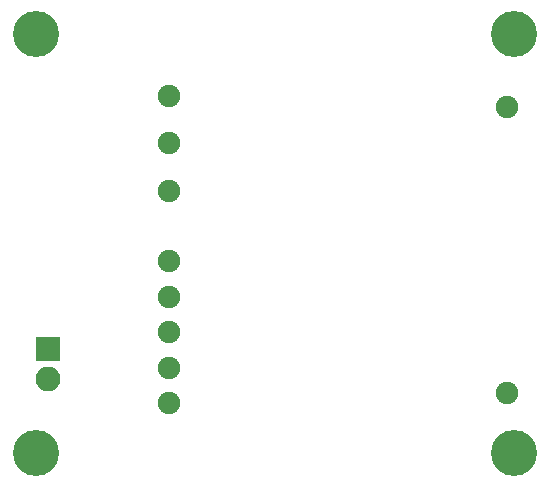
<source format=gbs>
G04 #@! TF.FileFunction,Soldermask,Bot*
%FSLAX46Y46*%
G04 Gerber Fmt 4.6, Leading zero omitted, Abs format (unit mm)*
G04 Created by KiCad (PCBNEW 4.0.5) date 04/10/17 16:46:25*
%MOMM*%
%LPD*%
G01*
G04 APERTURE LIST*
%ADD10C,0.100000*%
%ADD11C,1.900000*%
%ADD12C,3.900000*%
%ADD13R,2.100000X2.100000*%
%ADD14O,2.100000X2.100000*%
G04 APERTURE END LIST*
D10*
D11*
X153600000Y-111100000D03*
X153600000Y-86900000D03*
D12*
X154250000Y-116250000D03*
X154250000Y-80750000D03*
X113750000Y-116250000D03*
X113750000Y-80750000D03*
D11*
X125000000Y-94000000D03*
X125000000Y-86000000D03*
X125000000Y-103000000D03*
X125000000Y-106000000D03*
X125000000Y-100000000D03*
X125000000Y-109000000D03*
X125000000Y-112000000D03*
X125000000Y-90000000D03*
D13*
X114742000Y-107401000D03*
D14*
X114742000Y-109941000D03*
M02*

</source>
